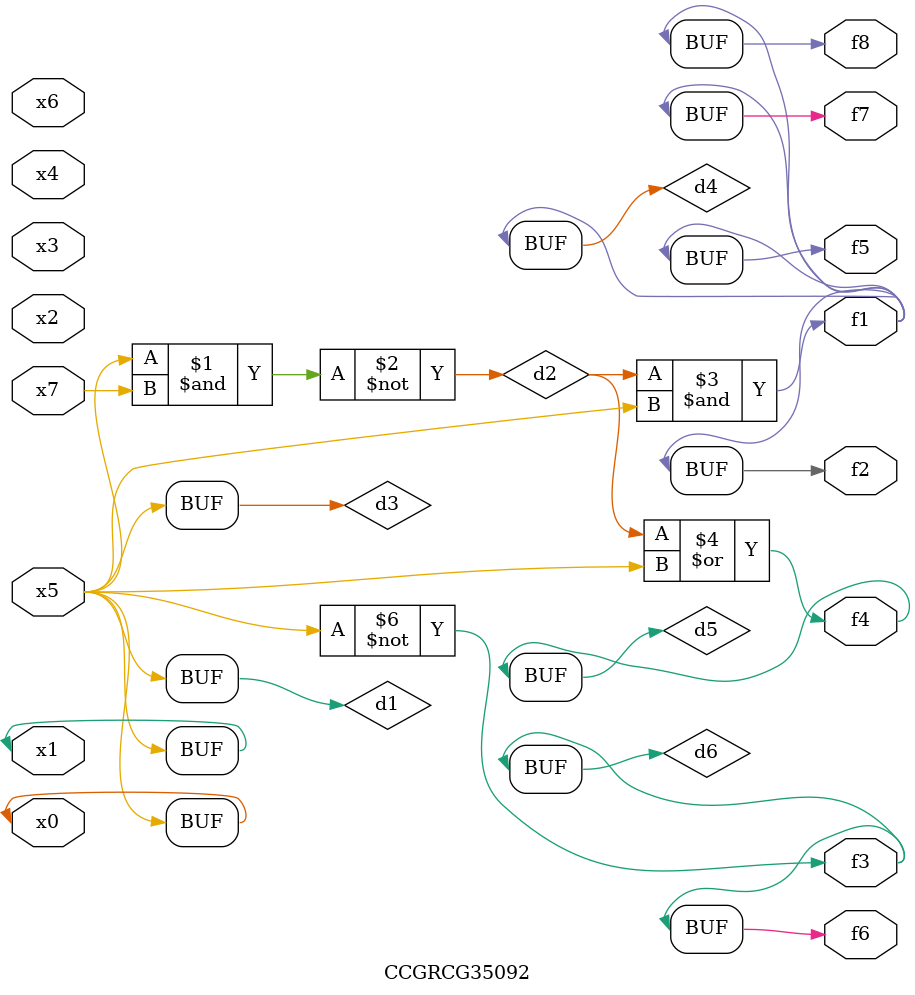
<source format=v>
module CCGRCG35092(
	input x0, x1, x2, x3, x4, x5, x6, x7,
	output f1, f2, f3, f4, f5, f6, f7, f8
);

	wire d1, d2, d3, d4, d5, d6;

	buf (d1, x0, x5);
	nand (d2, x5, x7);
	buf (d3, x0, x1);
	and (d4, d2, d3);
	or (d5, d2, d3);
	nor (d6, d1, d3);
	assign f1 = d4;
	assign f2 = d4;
	assign f3 = d6;
	assign f4 = d5;
	assign f5 = d4;
	assign f6 = d6;
	assign f7 = d4;
	assign f8 = d4;
endmodule

</source>
